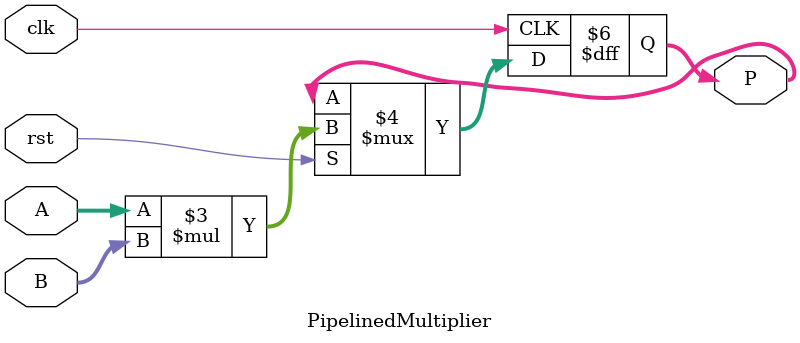
<source format=v>
module PipelinedMultiplier #(parameter WIDTH = 32)(
  input wire clk,
  input wire rst,
  input wire [WIDTH-1:0] A,
  input wire [WIDTH-1:0] B,
  output reg [2*WIDTH-1:0] P // The output is 64-bit and it should match on the calling modules as well
);

reg [2*WIDTH-1:0] stage1, stage2, stage3, stage4, stage5;

always @(posedge clk or negedge rst) begin
  if (!rst) begin
    // Reset all pipeline stages
    stage1 <= 2*WIDTH'b0;
    stage2 <= 2*WIDTH'b0;
    stage3 <= 2*WIDTH'b0;
    stage4 <= 2*WIDTH'b0;
    stage5 <= 2*WIDTH'b0;
  end else begin
    // Stage 1
    stage1 = A * B;
    // Stage 2
    stage2 = stage1;
    // Stage 3
    stage3 = stage2;
    // Stage 4
    stage4 = stage3;
    // Stage 5 (Final result)
    P = stage4;
  end
end

endmodule

</source>
